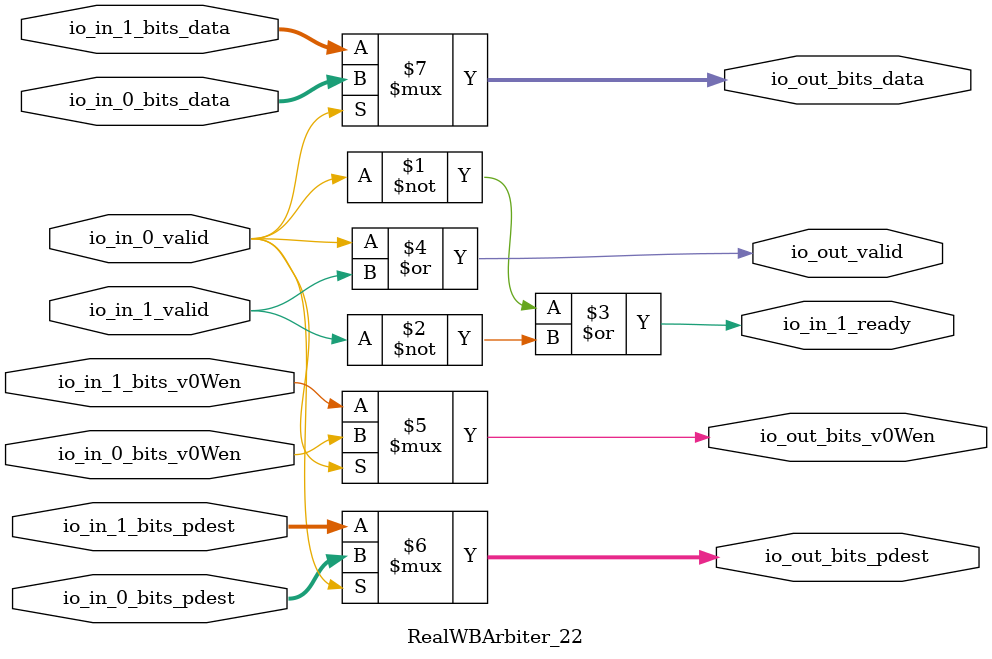
<source format=v>
module RealWBArbiter_22(
  input          io_in_0_valid,
  input          io_in_0_bits_v0Wen,
  input  [4:0]   io_in_0_bits_pdest,
  input  [127:0] io_in_0_bits_data,
  output         io_in_1_ready,
  input          io_in_1_valid,
  input          io_in_1_bits_v0Wen,
  input  [4:0]   io_in_1_bits_pdest,
  input  [127:0] io_in_1_bits_data,
  output         io_out_valid,
  output         io_out_bits_v0Wen,
  output [4:0]   io_out_bits_pdest,
  output [127:0] io_out_bits_data
);

  assign io_in_1_ready = ~io_in_0_valid | ~io_in_1_valid;
  assign io_out_valid = io_in_0_valid | io_in_1_valid;
  assign io_out_bits_v0Wen = io_in_0_valid ? io_in_0_bits_v0Wen : io_in_1_bits_v0Wen;
  assign io_out_bits_pdest = io_in_0_valid ? io_in_0_bits_pdest : io_in_1_bits_pdest;
  assign io_out_bits_data = io_in_0_valid ? io_in_0_bits_data : io_in_1_bits_data;
endmodule


</source>
